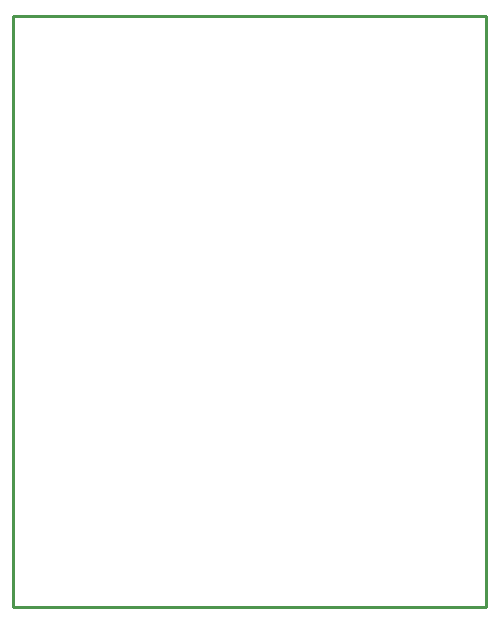
<source format=gko>
G04 Layer: BoardOutline*
G04 EasyEDA v6.4.25, 2022-03-11T05:41:43+01:00*
G04 Gerber Generator version 0.2*
G04 Scale: 100 percent, Rotated: No, Reflected: No *
G04 Dimensions in millimeters *
G04 leading zeros omitted , absolute positions ,4 integer and 5 decimal *
%FSLAX45Y45*%
%MOMM*%

%ADD10C,0.2540*%
D10*
X700001Y9800000D02*
G01*
X4700000Y9800000D01*
X4700000Y4800000D01*
X700001Y4800000D01*
X700001Y9800000D01*

%LPD*%
M02*

</source>
